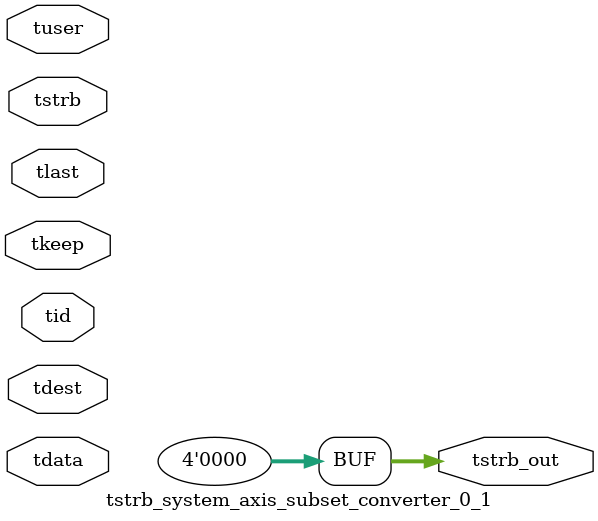
<source format=v>


`timescale 1ps/1ps

module tstrb_system_axis_subset_converter_0_1 #
(
parameter C_S_AXIS_TDATA_WIDTH = 32,
parameter C_S_AXIS_TUSER_WIDTH = 0,
parameter C_S_AXIS_TID_WIDTH   = 0,
parameter C_S_AXIS_TDEST_WIDTH = 0,
parameter C_M_AXIS_TDATA_WIDTH = 32
)
(
input  [(C_S_AXIS_TDATA_WIDTH == 0 ? 1 : C_S_AXIS_TDATA_WIDTH)-1:0     ] tdata,
input  [(C_S_AXIS_TUSER_WIDTH == 0 ? 1 : C_S_AXIS_TUSER_WIDTH)-1:0     ] tuser,
input  [(C_S_AXIS_TID_WIDTH   == 0 ? 1 : C_S_AXIS_TID_WIDTH)-1:0       ] tid,
input  [(C_S_AXIS_TDEST_WIDTH == 0 ? 1 : C_S_AXIS_TDEST_WIDTH)-1:0     ] tdest,
input  [(C_S_AXIS_TDATA_WIDTH/8)-1:0 ] tkeep,
input  [(C_S_AXIS_TDATA_WIDTH/8)-1:0 ] tstrb,
input                                                                    tlast,
output [(C_M_AXIS_TDATA_WIDTH/8)-1:0 ] tstrb_out
);

assign tstrb_out = {1'b0};

endmodule


</source>
